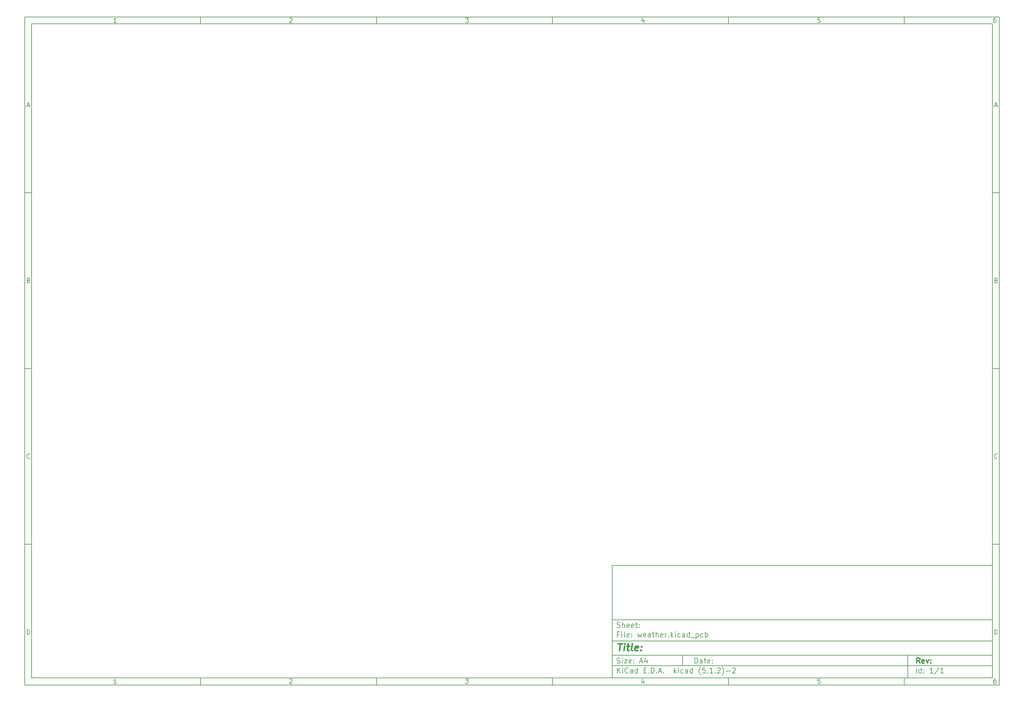
<source format=gtp>
G04 #@! TF.GenerationSoftware,KiCad,Pcbnew,(5.1.2)-2*
G04 #@! TF.CreationDate,2019-07-01T23:58:17+07:00*
G04 #@! TF.ProjectId,weather,77656174-6865-4722-9e6b-696361645f70,rev?*
G04 #@! TF.SameCoordinates,Original*
G04 #@! TF.FileFunction,Paste,Top*
G04 #@! TF.FilePolarity,Positive*
%FSLAX46Y46*%
G04 Gerber Fmt 4.6, Leading zero omitted, Abs format (unit mm)*
G04 Created by KiCad (PCBNEW (5.1.2)-2) date 2019-07-01 23:58:17*
%MOMM*%
%LPD*%
G04 APERTURE LIST*
%ADD10C,0.100000*%
%ADD11C,0.150000*%
%ADD12C,0.300000*%
%ADD13C,0.400000*%
G04 APERTURE END LIST*
D10*
D11*
X177002200Y-166007200D02*
X177002200Y-198007200D01*
X285002200Y-198007200D01*
X285002200Y-166007200D01*
X177002200Y-166007200D01*
D10*
D11*
X10000000Y-10000000D02*
X10000000Y-200007200D01*
X287002200Y-200007200D01*
X287002200Y-10000000D01*
X10000000Y-10000000D01*
D10*
D11*
X12000000Y-12000000D02*
X12000000Y-198007200D01*
X285002200Y-198007200D01*
X285002200Y-12000000D01*
X12000000Y-12000000D01*
D10*
D11*
X60000000Y-12000000D02*
X60000000Y-10000000D01*
D10*
D11*
X110000000Y-12000000D02*
X110000000Y-10000000D01*
D10*
D11*
X160000000Y-12000000D02*
X160000000Y-10000000D01*
D10*
D11*
X210000000Y-12000000D02*
X210000000Y-10000000D01*
D10*
D11*
X260000000Y-12000000D02*
X260000000Y-10000000D01*
D10*
D11*
X36065476Y-11588095D02*
X35322619Y-11588095D01*
X35694047Y-11588095D02*
X35694047Y-10288095D01*
X35570238Y-10473809D01*
X35446428Y-10597619D01*
X35322619Y-10659523D01*
D10*
D11*
X85322619Y-10411904D02*
X85384523Y-10350000D01*
X85508333Y-10288095D01*
X85817857Y-10288095D01*
X85941666Y-10350000D01*
X86003571Y-10411904D01*
X86065476Y-10535714D01*
X86065476Y-10659523D01*
X86003571Y-10845238D01*
X85260714Y-11588095D01*
X86065476Y-11588095D01*
D10*
D11*
X135260714Y-10288095D02*
X136065476Y-10288095D01*
X135632142Y-10783333D01*
X135817857Y-10783333D01*
X135941666Y-10845238D01*
X136003571Y-10907142D01*
X136065476Y-11030952D01*
X136065476Y-11340476D01*
X136003571Y-11464285D01*
X135941666Y-11526190D01*
X135817857Y-11588095D01*
X135446428Y-11588095D01*
X135322619Y-11526190D01*
X135260714Y-11464285D01*
D10*
D11*
X185941666Y-10721428D02*
X185941666Y-11588095D01*
X185632142Y-10226190D02*
X185322619Y-11154761D01*
X186127380Y-11154761D01*
D10*
D11*
X236003571Y-10288095D02*
X235384523Y-10288095D01*
X235322619Y-10907142D01*
X235384523Y-10845238D01*
X235508333Y-10783333D01*
X235817857Y-10783333D01*
X235941666Y-10845238D01*
X236003571Y-10907142D01*
X236065476Y-11030952D01*
X236065476Y-11340476D01*
X236003571Y-11464285D01*
X235941666Y-11526190D01*
X235817857Y-11588095D01*
X235508333Y-11588095D01*
X235384523Y-11526190D01*
X235322619Y-11464285D01*
D10*
D11*
X285941666Y-10288095D02*
X285694047Y-10288095D01*
X285570238Y-10350000D01*
X285508333Y-10411904D01*
X285384523Y-10597619D01*
X285322619Y-10845238D01*
X285322619Y-11340476D01*
X285384523Y-11464285D01*
X285446428Y-11526190D01*
X285570238Y-11588095D01*
X285817857Y-11588095D01*
X285941666Y-11526190D01*
X286003571Y-11464285D01*
X286065476Y-11340476D01*
X286065476Y-11030952D01*
X286003571Y-10907142D01*
X285941666Y-10845238D01*
X285817857Y-10783333D01*
X285570238Y-10783333D01*
X285446428Y-10845238D01*
X285384523Y-10907142D01*
X285322619Y-11030952D01*
D10*
D11*
X60000000Y-198007200D02*
X60000000Y-200007200D01*
D10*
D11*
X110000000Y-198007200D02*
X110000000Y-200007200D01*
D10*
D11*
X160000000Y-198007200D02*
X160000000Y-200007200D01*
D10*
D11*
X210000000Y-198007200D02*
X210000000Y-200007200D01*
D10*
D11*
X260000000Y-198007200D02*
X260000000Y-200007200D01*
D10*
D11*
X36065476Y-199595295D02*
X35322619Y-199595295D01*
X35694047Y-199595295D02*
X35694047Y-198295295D01*
X35570238Y-198481009D01*
X35446428Y-198604819D01*
X35322619Y-198666723D01*
D10*
D11*
X85322619Y-198419104D02*
X85384523Y-198357200D01*
X85508333Y-198295295D01*
X85817857Y-198295295D01*
X85941666Y-198357200D01*
X86003571Y-198419104D01*
X86065476Y-198542914D01*
X86065476Y-198666723D01*
X86003571Y-198852438D01*
X85260714Y-199595295D01*
X86065476Y-199595295D01*
D10*
D11*
X135260714Y-198295295D02*
X136065476Y-198295295D01*
X135632142Y-198790533D01*
X135817857Y-198790533D01*
X135941666Y-198852438D01*
X136003571Y-198914342D01*
X136065476Y-199038152D01*
X136065476Y-199347676D01*
X136003571Y-199471485D01*
X135941666Y-199533390D01*
X135817857Y-199595295D01*
X135446428Y-199595295D01*
X135322619Y-199533390D01*
X135260714Y-199471485D01*
D10*
D11*
X185941666Y-198728628D02*
X185941666Y-199595295D01*
X185632142Y-198233390D02*
X185322619Y-199161961D01*
X186127380Y-199161961D01*
D10*
D11*
X236003571Y-198295295D02*
X235384523Y-198295295D01*
X235322619Y-198914342D01*
X235384523Y-198852438D01*
X235508333Y-198790533D01*
X235817857Y-198790533D01*
X235941666Y-198852438D01*
X236003571Y-198914342D01*
X236065476Y-199038152D01*
X236065476Y-199347676D01*
X236003571Y-199471485D01*
X235941666Y-199533390D01*
X235817857Y-199595295D01*
X235508333Y-199595295D01*
X235384523Y-199533390D01*
X235322619Y-199471485D01*
D10*
D11*
X285941666Y-198295295D02*
X285694047Y-198295295D01*
X285570238Y-198357200D01*
X285508333Y-198419104D01*
X285384523Y-198604819D01*
X285322619Y-198852438D01*
X285322619Y-199347676D01*
X285384523Y-199471485D01*
X285446428Y-199533390D01*
X285570238Y-199595295D01*
X285817857Y-199595295D01*
X285941666Y-199533390D01*
X286003571Y-199471485D01*
X286065476Y-199347676D01*
X286065476Y-199038152D01*
X286003571Y-198914342D01*
X285941666Y-198852438D01*
X285817857Y-198790533D01*
X285570238Y-198790533D01*
X285446428Y-198852438D01*
X285384523Y-198914342D01*
X285322619Y-199038152D01*
D10*
D11*
X10000000Y-60000000D02*
X12000000Y-60000000D01*
D10*
D11*
X10000000Y-110000000D02*
X12000000Y-110000000D01*
D10*
D11*
X10000000Y-160000000D02*
X12000000Y-160000000D01*
D10*
D11*
X10690476Y-35216666D02*
X11309523Y-35216666D01*
X10566666Y-35588095D02*
X11000000Y-34288095D01*
X11433333Y-35588095D01*
D10*
D11*
X11092857Y-84907142D02*
X11278571Y-84969047D01*
X11340476Y-85030952D01*
X11402380Y-85154761D01*
X11402380Y-85340476D01*
X11340476Y-85464285D01*
X11278571Y-85526190D01*
X11154761Y-85588095D01*
X10659523Y-85588095D01*
X10659523Y-84288095D01*
X11092857Y-84288095D01*
X11216666Y-84350000D01*
X11278571Y-84411904D01*
X11340476Y-84535714D01*
X11340476Y-84659523D01*
X11278571Y-84783333D01*
X11216666Y-84845238D01*
X11092857Y-84907142D01*
X10659523Y-84907142D01*
D10*
D11*
X11402380Y-135464285D02*
X11340476Y-135526190D01*
X11154761Y-135588095D01*
X11030952Y-135588095D01*
X10845238Y-135526190D01*
X10721428Y-135402380D01*
X10659523Y-135278571D01*
X10597619Y-135030952D01*
X10597619Y-134845238D01*
X10659523Y-134597619D01*
X10721428Y-134473809D01*
X10845238Y-134350000D01*
X11030952Y-134288095D01*
X11154761Y-134288095D01*
X11340476Y-134350000D01*
X11402380Y-134411904D01*
D10*
D11*
X10659523Y-185588095D02*
X10659523Y-184288095D01*
X10969047Y-184288095D01*
X11154761Y-184350000D01*
X11278571Y-184473809D01*
X11340476Y-184597619D01*
X11402380Y-184845238D01*
X11402380Y-185030952D01*
X11340476Y-185278571D01*
X11278571Y-185402380D01*
X11154761Y-185526190D01*
X10969047Y-185588095D01*
X10659523Y-185588095D01*
D10*
D11*
X287002200Y-60000000D02*
X285002200Y-60000000D01*
D10*
D11*
X287002200Y-110000000D02*
X285002200Y-110000000D01*
D10*
D11*
X287002200Y-160000000D02*
X285002200Y-160000000D01*
D10*
D11*
X285692676Y-35216666D02*
X286311723Y-35216666D01*
X285568866Y-35588095D02*
X286002200Y-34288095D01*
X286435533Y-35588095D01*
D10*
D11*
X286095057Y-84907142D02*
X286280771Y-84969047D01*
X286342676Y-85030952D01*
X286404580Y-85154761D01*
X286404580Y-85340476D01*
X286342676Y-85464285D01*
X286280771Y-85526190D01*
X286156961Y-85588095D01*
X285661723Y-85588095D01*
X285661723Y-84288095D01*
X286095057Y-84288095D01*
X286218866Y-84350000D01*
X286280771Y-84411904D01*
X286342676Y-84535714D01*
X286342676Y-84659523D01*
X286280771Y-84783333D01*
X286218866Y-84845238D01*
X286095057Y-84907142D01*
X285661723Y-84907142D01*
D10*
D11*
X286404580Y-135464285D02*
X286342676Y-135526190D01*
X286156961Y-135588095D01*
X286033152Y-135588095D01*
X285847438Y-135526190D01*
X285723628Y-135402380D01*
X285661723Y-135278571D01*
X285599819Y-135030952D01*
X285599819Y-134845238D01*
X285661723Y-134597619D01*
X285723628Y-134473809D01*
X285847438Y-134350000D01*
X286033152Y-134288095D01*
X286156961Y-134288095D01*
X286342676Y-134350000D01*
X286404580Y-134411904D01*
D10*
D11*
X285661723Y-185588095D02*
X285661723Y-184288095D01*
X285971247Y-184288095D01*
X286156961Y-184350000D01*
X286280771Y-184473809D01*
X286342676Y-184597619D01*
X286404580Y-184845238D01*
X286404580Y-185030952D01*
X286342676Y-185278571D01*
X286280771Y-185402380D01*
X286156961Y-185526190D01*
X285971247Y-185588095D01*
X285661723Y-185588095D01*
D10*
D11*
X200434342Y-193785771D02*
X200434342Y-192285771D01*
X200791485Y-192285771D01*
X201005771Y-192357200D01*
X201148628Y-192500057D01*
X201220057Y-192642914D01*
X201291485Y-192928628D01*
X201291485Y-193142914D01*
X201220057Y-193428628D01*
X201148628Y-193571485D01*
X201005771Y-193714342D01*
X200791485Y-193785771D01*
X200434342Y-193785771D01*
X202577200Y-193785771D02*
X202577200Y-193000057D01*
X202505771Y-192857200D01*
X202362914Y-192785771D01*
X202077200Y-192785771D01*
X201934342Y-192857200D01*
X202577200Y-193714342D02*
X202434342Y-193785771D01*
X202077200Y-193785771D01*
X201934342Y-193714342D01*
X201862914Y-193571485D01*
X201862914Y-193428628D01*
X201934342Y-193285771D01*
X202077200Y-193214342D01*
X202434342Y-193214342D01*
X202577200Y-193142914D01*
X203077200Y-192785771D02*
X203648628Y-192785771D01*
X203291485Y-192285771D02*
X203291485Y-193571485D01*
X203362914Y-193714342D01*
X203505771Y-193785771D01*
X203648628Y-193785771D01*
X204720057Y-193714342D02*
X204577200Y-193785771D01*
X204291485Y-193785771D01*
X204148628Y-193714342D01*
X204077200Y-193571485D01*
X204077200Y-193000057D01*
X204148628Y-192857200D01*
X204291485Y-192785771D01*
X204577200Y-192785771D01*
X204720057Y-192857200D01*
X204791485Y-193000057D01*
X204791485Y-193142914D01*
X204077200Y-193285771D01*
X205434342Y-193642914D02*
X205505771Y-193714342D01*
X205434342Y-193785771D01*
X205362914Y-193714342D01*
X205434342Y-193642914D01*
X205434342Y-193785771D01*
X205434342Y-192857200D02*
X205505771Y-192928628D01*
X205434342Y-193000057D01*
X205362914Y-192928628D01*
X205434342Y-192857200D01*
X205434342Y-193000057D01*
D10*
D11*
X177002200Y-194507200D02*
X285002200Y-194507200D01*
D10*
D11*
X178434342Y-196585771D02*
X178434342Y-195085771D01*
X179291485Y-196585771D02*
X178648628Y-195728628D01*
X179291485Y-195085771D02*
X178434342Y-195942914D01*
X179934342Y-196585771D02*
X179934342Y-195585771D01*
X179934342Y-195085771D02*
X179862914Y-195157200D01*
X179934342Y-195228628D01*
X180005771Y-195157200D01*
X179934342Y-195085771D01*
X179934342Y-195228628D01*
X181505771Y-196442914D02*
X181434342Y-196514342D01*
X181220057Y-196585771D01*
X181077200Y-196585771D01*
X180862914Y-196514342D01*
X180720057Y-196371485D01*
X180648628Y-196228628D01*
X180577200Y-195942914D01*
X180577200Y-195728628D01*
X180648628Y-195442914D01*
X180720057Y-195300057D01*
X180862914Y-195157200D01*
X181077200Y-195085771D01*
X181220057Y-195085771D01*
X181434342Y-195157200D01*
X181505771Y-195228628D01*
X182791485Y-196585771D02*
X182791485Y-195800057D01*
X182720057Y-195657200D01*
X182577200Y-195585771D01*
X182291485Y-195585771D01*
X182148628Y-195657200D01*
X182791485Y-196514342D02*
X182648628Y-196585771D01*
X182291485Y-196585771D01*
X182148628Y-196514342D01*
X182077200Y-196371485D01*
X182077200Y-196228628D01*
X182148628Y-196085771D01*
X182291485Y-196014342D01*
X182648628Y-196014342D01*
X182791485Y-195942914D01*
X184148628Y-196585771D02*
X184148628Y-195085771D01*
X184148628Y-196514342D02*
X184005771Y-196585771D01*
X183720057Y-196585771D01*
X183577200Y-196514342D01*
X183505771Y-196442914D01*
X183434342Y-196300057D01*
X183434342Y-195871485D01*
X183505771Y-195728628D01*
X183577200Y-195657200D01*
X183720057Y-195585771D01*
X184005771Y-195585771D01*
X184148628Y-195657200D01*
X186005771Y-195800057D02*
X186505771Y-195800057D01*
X186720057Y-196585771D02*
X186005771Y-196585771D01*
X186005771Y-195085771D01*
X186720057Y-195085771D01*
X187362914Y-196442914D02*
X187434342Y-196514342D01*
X187362914Y-196585771D01*
X187291485Y-196514342D01*
X187362914Y-196442914D01*
X187362914Y-196585771D01*
X188077200Y-196585771D02*
X188077200Y-195085771D01*
X188434342Y-195085771D01*
X188648628Y-195157200D01*
X188791485Y-195300057D01*
X188862914Y-195442914D01*
X188934342Y-195728628D01*
X188934342Y-195942914D01*
X188862914Y-196228628D01*
X188791485Y-196371485D01*
X188648628Y-196514342D01*
X188434342Y-196585771D01*
X188077200Y-196585771D01*
X189577200Y-196442914D02*
X189648628Y-196514342D01*
X189577200Y-196585771D01*
X189505771Y-196514342D01*
X189577200Y-196442914D01*
X189577200Y-196585771D01*
X190220057Y-196157200D02*
X190934342Y-196157200D01*
X190077200Y-196585771D02*
X190577200Y-195085771D01*
X191077200Y-196585771D01*
X191577200Y-196442914D02*
X191648628Y-196514342D01*
X191577200Y-196585771D01*
X191505771Y-196514342D01*
X191577200Y-196442914D01*
X191577200Y-196585771D01*
X194577200Y-196585771D02*
X194577200Y-195085771D01*
X194720057Y-196014342D02*
X195148628Y-196585771D01*
X195148628Y-195585771D02*
X194577200Y-196157200D01*
X195791485Y-196585771D02*
X195791485Y-195585771D01*
X195791485Y-195085771D02*
X195720057Y-195157200D01*
X195791485Y-195228628D01*
X195862914Y-195157200D01*
X195791485Y-195085771D01*
X195791485Y-195228628D01*
X197148628Y-196514342D02*
X197005771Y-196585771D01*
X196720057Y-196585771D01*
X196577200Y-196514342D01*
X196505771Y-196442914D01*
X196434342Y-196300057D01*
X196434342Y-195871485D01*
X196505771Y-195728628D01*
X196577200Y-195657200D01*
X196720057Y-195585771D01*
X197005771Y-195585771D01*
X197148628Y-195657200D01*
X198434342Y-196585771D02*
X198434342Y-195800057D01*
X198362914Y-195657200D01*
X198220057Y-195585771D01*
X197934342Y-195585771D01*
X197791485Y-195657200D01*
X198434342Y-196514342D02*
X198291485Y-196585771D01*
X197934342Y-196585771D01*
X197791485Y-196514342D01*
X197720057Y-196371485D01*
X197720057Y-196228628D01*
X197791485Y-196085771D01*
X197934342Y-196014342D01*
X198291485Y-196014342D01*
X198434342Y-195942914D01*
X199791485Y-196585771D02*
X199791485Y-195085771D01*
X199791485Y-196514342D02*
X199648628Y-196585771D01*
X199362914Y-196585771D01*
X199220057Y-196514342D01*
X199148628Y-196442914D01*
X199077200Y-196300057D01*
X199077200Y-195871485D01*
X199148628Y-195728628D01*
X199220057Y-195657200D01*
X199362914Y-195585771D01*
X199648628Y-195585771D01*
X199791485Y-195657200D01*
X202077200Y-197157200D02*
X202005771Y-197085771D01*
X201862914Y-196871485D01*
X201791485Y-196728628D01*
X201720057Y-196514342D01*
X201648628Y-196157200D01*
X201648628Y-195871485D01*
X201720057Y-195514342D01*
X201791485Y-195300057D01*
X201862914Y-195157200D01*
X202005771Y-194942914D01*
X202077200Y-194871485D01*
X203362914Y-195085771D02*
X202648628Y-195085771D01*
X202577200Y-195800057D01*
X202648628Y-195728628D01*
X202791485Y-195657200D01*
X203148628Y-195657200D01*
X203291485Y-195728628D01*
X203362914Y-195800057D01*
X203434342Y-195942914D01*
X203434342Y-196300057D01*
X203362914Y-196442914D01*
X203291485Y-196514342D01*
X203148628Y-196585771D01*
X202791485Y-196585771D01*
X202648628Y-196514342D01*
X202577200Y-196442914D01*
X204077200Y-196442914D02*
X204148628Y-196514342D01*
X204077200Y-196585771D01*
X204005771Y-196514342D01*
X204077200Y-196442914D01*
X204077200Y-196585771D01*
X205577200Y-196585771D02*
X204720057Y-196585771D01*
X205148628Y-196585771D02*
X205148628Y-195085771D01*
X205005771Y-195300057D01*
X204862914Y-195442914D01*
X204720057Y-195514342D01*
X206220057Y-196442914D02*
X206291485Y-196514342D01*
X206220057Y-196585771D01*
X206148628Y-196514342D01*
X206220057Y-196442914D01*
X206220057Y-196585771D01*
X206862914Y-195228628D02*
X206934342Y-195157200D01*
X207077200Y-195085771D01*
X207434342Y-195085771D01*
X207577200Y-195157200D01*
X207648628Y-195228628D01*
X207720057Y-195371485D01*
X207720057Y-195514342D01*
X207648628Y-195728628D01*
X206791485Y-196585771D01*
X207720057Y-196585771D01*
X208220057Y-197157200D02*
X208291485Y-197085771D01*
X208434342Y-196871485D01*
X208505771Y-196728628D01*
X208577200Y-196514342D01*
X208648628Y-196157200D01*
X208648628Y-195871485D01*
X208577200Y-195514342D01*
X208505771Y-195300057D01*
X208434342Y-195157200D01*
X208291485Y-194942914D01*
X208220057Y-194871485D01*
X209362914Y-196014342D02*
X210505771Y-196014342D01*
X211148628Y-195228628D02*
X211220057Y-195157200D01*
X211362914Y-195085771D01*
X211720057Y-195085771D01*
X211862914Y-195157200D01*
X211934342Y-195228628D01*
X212005771Y-195371485D01*
X212005771Y-195514342D01*
X211934342Y-195728628D01*
X211077200Y-196585771D01*
X212005771Y-196585771D01*
D10*
D11*
X177002200Y-191507200D02*
X285002200Y-191507200D01*
D10*
D12*
X264411485Y-193785771D02*
X263911485Y-193071485D01*
X263554342Y-193785771D02*
X263554342Y-192285771D01*
X264125771Y-192285771D01*
X264268628Y-192357200D01*
X264340057Y-192428628D01*
X264411485Y-192571485D01*
X264411485Y-192785771D01*
X264340057Y-192928628D01*
X264268628Y-193000057D01*
X264125771Y-193071485D01*
X263554342Y-193071485D01*
X265625771Y-193714342D02*
X265482914Y-193785771D01*
X265197200Y-193785771D01*
X265054342Y-193714342D01*
X264982914Y-193571485D01*
X264982914Y-193000057D01*
X265054342Y-192857200D01*
X265197200Y-192785771D01*
X265482914Y-192785771D01*
X265625771Y-192857200D01*
X265697200Y-193000057D01*
X265697200Y-193142914D01*
X264982914Y-193285771D01*
X266197200Y-192785771D02*
X266554342Y-193785771D01*
X266911485Y-192785771D01*
X267482914Y-193642914D02*
X267554342Y-193714342D01*
X267482914Y-193785771D01*
X267411485Y-193714342D01*
X267482914Y-193642914D01*
X267482914Y-193785771D01*
X267482914Y-192857200D02*
X267554342Y-192928628D01*
X267482914Y-193000057D01*
X267411485Y-192928628D01*
X267482914Y-192857200D01*
X267482914Y-193000057D01*
D10*
D11*
X178362914Y-193714342D02*
X178577200Y-193785771D01*
X178934342Y-193785771D01*
X179077200Y-193714342D01*
X179148628Y-193642914D01*
X179220057Y-193500057D01*
X179220057Y-193357200D01*
X179148628Y-193214342D01*
X179077200Y-193142914D01*
X178934342Y-193071485D01*
X178648628Y-193000057D01*
X178505771Y-192928628D01*
X178434342Y-192857200D01*
X178362914Y-192714342D01*
X178362914Y-192571485D01*
X178434342Y-192428628D01*
X178505771Y-192357200D01*
X178648628Y-192285771D01*
X179005771Y-192285771D01*
X179220057Y-192357200D01*
X179862914Y-193785771D02*
X179862914Y-192785771D01*
X179862914Y-192285771D02*
X179791485Y-192357200D01*
X179862914Y-192428628D01*
X179934342Y-192357200D01*
X179862914Y-192285771D01*
X179862914Y-192428628D01*
X180434342Y-192785771D02*
X181220057Y-192785771D01*
X180434342Y-193785771D01*
X181220057Y-193785771D01*
X182362914Y-193714342D02*
X182220057Y-193785771D01*
X181934342Y-193785771D01*
X181791485Y-193714342D01*
X181720057Y-193571485D01*
X181720057Y-193000057D01*
X181791485Y-192857200D01*
X181934342Y-192785771D01*
X182220057Y-192785771D01*
X182362914Y-192857200D01*
X182434342Y-193000057D01*
X182434342Y-193142914D01*
X181720057Y-193285771D01*
X183077200Y-193642914D02*
X183148628Y-193714342D01*
X183077200Y-193785771D01*
X183005771Y-193714342D01*
X183077200Y-193642914D01*
X183077200Y-193785771D01*
X183077200Y-192857200D02*
X183148628Y-192928628D01*
X183077200Y-193000057D01*
X183005771Y-192928628D01*
X183077200Y-192857200D01*
X183077200Y-193000057D01*
X184862914Y-193357200D02*
X185577200Y-193357200D01*
X184720057Y-193785771D02*
X185220057Y-192285771D01*
X185720057Y-193785771D01*
X186862914Y-192785771D02*
X186862914Y-193785771D01*
X186505771Y-192214342D02*
X186148628Y-193285771D01*
X187077200Y-193285771D01*
D10*
D11*
X263434342Y-196585771D02*
X263434342Y-195085771D01*
X264791485Y-196585771D02*
X264791485Y-195085771D01*
X264791485Y-196514342D02*
X264648628Y-196585771D01*
X264362914Y-196585771D01*
X264220057Y-196514342D01*
X264148628Y-196442914D01*
X264077200Y-196300057D01*
X264077200Y-195871485D01*
X264148628Y-195728628D01*
X264220057Y-195657200D01*
X264362914Y-195585771D01*
X264648628Y-195585771D01*
X264791485Y-195657200D01*
X265505771Y-196442914D02*
X265577200Y-196514342D01*
X265505771Y-196585771D01*
X265434342Y-196514342D01*
X265505771Y-196442914D01*
X265505771Y-196585771D01*
X265505771Y-195657200D02*
X265577200Y-195728628D01*
X265505771Y-195800057D01*
X265434342Y-195728628D01*
X265505771Y-195657200D01*
X265505771Y-195800057D01*
X268148628Y-196585771D02*
X267291485Y-196585771D01*
X267720057Y-196585771D02*
X267720057Y-195085771D01*
X267577200Y-195300057D01*
X267434342Y-195442914D01*
X267291485Y-195514342D01*
X269862914Y-195014342D02*
X268577200Y-196942914D01*
X271148628Y-196585771D02*
X270291485Y-196585771D01*
X270720057Y-196585771D02*
X270720057Y-195085771D01*
X270577200Y-195300057D01*
X270434342Y-195442914D01*
X270291485Y-195514342D01*
D10*
D11*
X177002200Y-187507200D02*
X285002200Y-187507200D01*
D10*
D13*
X178714580Y-188211961D02*
X179857438Y-188211961D01*
X179036009Y-190211961D02*
X179286009Y-188211961D01*
X180274104Y-190211961D02*
X180440771Y-188878628D01*
X180524104Y-188211961D02*
X180416961Y-188307200D01*
X180500295Y-188402438D01*
X180607438Y-188307200D01*
X180524104Y-188211961D01*
X180500295Y-188402438D01*
X181107438Y-188878628D02*
X181869342Y-188878628D01*
X181476485Y-188211961D02*
X181262200Y-189926247D01*
X181333628Y-190116723D01*
X181512200Y-190211961D01*
X181702676Y-190211961D01*
X182655057Y-190211961D02*
X182476485Y-190116723D01*
X182405057Y-189926247D01*
X182619342Y-188211961D01*
X184190771Y-190116723D02*
X183988390Y-190211961D01*
X183607438Y-190211961D01*
X183428866Y-190116723D01*
X183357438Y-189926247D01*
X183452676Y-189164342D01*
X183571723Y-188973866D01*
X183774104Y-188878628D01*
X184155057Y-188878628D01*
X184333628Y-188973866D01*
X184405057Y-189164342D01*
X184381247Y-189354819D01*
X183405057Y-189545295D01*
X185155057Y-190021485D02*
X185238390Y-190116723D01*
X185131247Y-190211961D01*
X185047914Y-190116723D01*
X185155057Y-190021485D01*
X185131247Y-190211961D01*
X185286009Y-188973866D02*
X185369342Y-189069104D01*
X185262200Y-189164342D01*
X185178866Y-189069104D01*
X185286009Y-188973866D01*
X185262200Y-189164342D01*
D10*
D11*
X178934342Y-185600057D02*
X178434342Y-185600057D01*
X178434342Y-186385771D02*
X178434342Y-184885771D01*
X179148628Y-184885771D01*
X179720057Y-186385771D02*
X179720057Y-185385771D01*
X179720057Y-184885771D02*
X179648628Y-184957200D01*
X179720057Y-185028628D01*
X179791485Y-184957200D01*
X179720057Y-184885771D01*
X179720057Y-185028628D01*
X180648628Y-186385771D02*
X180505771Y-186314342D01*
X180434342Y-186171485D01*
X180434342Y-184885771D01*
X181791485Y-186314342D02*
X181648628Y-186385771D01*
X181362914Y-186385771D01*
X181220057Y-186314342D01*
X181148628Y-186171485D01*
X181148628Y-185600057D01*
X181220057Y-185457200D01*
X181362914Y-185385771D01*
X181648628Y-185385771D01*
X181791485Y-185457200D01*
X181862914Y-185600057D01*
X181862914Y-185742914D01*
X181148628Y-185885771D01*
X182505771Y-186242914D02*
X182577200Y-186314342D01*
X182505771Y-186385771D01*
X182434342Y-186314342D01*
X182505771Y-186242914D01*
X182505771Y-186385771D01*
X182505771Y-185457200D02*
X182577200Y-185528628D01*
X182505771Y-185600057D01*
X182434342Y-185528628D01*
X182505771Y-185457200D01*
X182505771Y-185600057D01*
X184220057Y-185385771D02*
X184505771Y-186385771D01*
X184791485Y-185671485D01*
X185077200Y-186385771D01*
X185362914Y-185385771D01*
X186505771Y-186314342D02*
X186362914Y-186385771D01*
X186077200Y-186385771D01*
X185934342Y-186314342D01*
X185862914Y-186171485D01*
X185862914Y-185600057D01*
X185934342Y-185457200D01*
X186077200Y-185385771D01*
X186362914Y-185385771D01*
X186505771Y-185457200D01*
X186577200Y-185600057D01*
X186577200Y-185742914D01*
X185862914Y-185885771D01*
X187862914Y-186385771D02*
X187862914Y-185600057D01*
X187791485Y-185457200D01*
X187648628Y-185385771D01*
X187362914Y-185385771D01*
X187220057Y-185457200D01*
X187862914Y-186314342D02*
X187720057Y-186385771D01*
X187362914Y-186385771D01*
X187220057Y-186314342D01*
X187148628Y-186171485D01*
X187148628Y-186028628D01*
X187220057Y-185885771D01*
X187362914Y-185814342D01*
X187720057Y-185814342D01*
X187862914Y-185742914D01*
X188362914Y-185385771D02*
X188934342Y-185385771D01*
X188577200Y-184885771D02*
X188577200Y-186171485D01*
X188648628Y-186314342D01*
X188791485Y-186385771D01*
X188934342Y-186385771D01*
X189434342Y-186385771D02*
X189434342Y-184885771D01*
X190077200Y-186385771D02*
X190077200Y-185600057D01*
X190005771Y-185457200D01*
X189862914Y-185385771D01*
X189648628Y-185385771D01*
X189505771Y-185457200D01*
X189434342Y-185528628D01*
X191362914Y-186314342D02*
X191220057Y-186385771D01*
X190934342Y-186385771D01*
X190791485Y-186314342D01*
X190720057Y-186171485D01*
X190720057Y-185600057D01*
X190791485Y-185457200D01*
X190934342Y-185385771D01*
X191220057Y-185385771D01*
X191362914Y-185457200D01*
X191434342Y-185600057D01*
X191434342Y-185742914D01*
X190720057Y-185885771D01*
X192077200Y-186385771D02*
X192077200Y-185385771D01*
X192077200Y-185671485D02*
X192148628Y-185528628D01*
X192220057Y-185457200D01*
X192362914Y-185385771D01*
X192505771Y-185385771D01*
X193005771Y-186242914D02*
X193077200Y-186314342D01*
X193005771Y-186385771D01*
X192934342Y-186314342D01*
X193005771Y-186242914D01*
X193005771Y-186385771D01*
X193720057Y-186385771D02*
X193720057Y-184885771D01*
X193862914Y-185814342D02*
X194291485Y-186385771D01*
X194291485Y-185385771D02*
X193720057Y-185957200D01*
X194934342Y-186385771D02*
X194934342Y-185385771D01*
X194934342Y-184885771D02*
X194862914Y-184957200D01*
X194934342Y-185028628D01*
X195005771Y-184957200D01*
X194934342Y-184885771D01*
X194934342Y-185028628D01*
X196291485Y-186314342D02*
X196148628Y-186385771D01*
X195862914Y-186385771D01*
X195720057Y-186314342D01*
X195648628Y-186242914D01*
X195577200Y-186100057D01*
X195577200Y-185671485D01*
X195648628Y-185528628D01*
X195720057Y-185457200D01*
X195862914Y-185385771D01*
X196148628Y-185385771D01*
X196291485Y-185457200D01*
X197577200Y-186385771D02*
X197577200Y-185600057D01*
X197505771Y-185457200D01*
X197362914Y-185385771D01*
X197077200Y-185385771D01*
X196934342Y-185457200D01*
X197577200Y-186314342D02*
X197434342Y-186385771D01*
X197077200Y-186385771D01*
X196934342Y-186314342D01*
X196862914Y-186171485D01*
X196862914Y-186028628D01*
X196934342Y-185885771D01*
X197077200Y-185814342D01*
X197434342Y-185814342D01*
X197577200Y-185742914D01*
X198934342Y-186385771D02*
X198934342Y-184885771D01*
X198934342Y-186314342D02*
X198791485Y-186385771D01*
X198505771Y-186385771D01*
X198362914Y-186314342D01*
X198291485Y-186242914D01*
X198220057Y-186100057D01*
X198220057Y-185671485D01*
X198291485Y-185528628D01*
X198362914Y-185457200D01*
X198505771Y-185385771D01*
X198791485Y-185385771D01*
X198934342Y-185457200D01*
X199291485Y-186528628D02*
X200434342Y-186528628D01*
X200791485Y-185385771D02*
X200791485Y-186885771D01*
X200791485Y-185457200D02*
X200934342Y-185385771D01*
X201220057Y-185385771D01*
X201362914Y-185457200D01*
X201434342Y-185528628D01*
X201505771Y-185671485D01*
X201505771Y-186100057D01*
X201434342Y-186242914D01*
X201362914Y-186314342D01*
X201220057Y-186385771D01*
X200934342Y-186385771D01*
X200791485Y-186314342D01*
X202791485Y-186314342D02*
X202648628Y-186385771D01*
X202362914Y-186385771D01*
X202220057Y-186314342D01*
X202148628Y-186242914D01*
X202077200Y-186100057D01*
X202077200Y-185671485D01*
X202148628Y-185528628D01*
X202220057Y-185457200D01*
X202362914Y-185385771D01*
X202648628Y-185385771D01*
X202791485Y-185457200D01*
X203434342Y-186385771D02*
X203434342Y-184885771D01*
X203434342Y-185457200D02*
X203577200Y-185385771D01*
X203862914Y-185385771D01*
X204005771Y-185457200D01*
X204077200Y-185528628D01*
X204148628Y-185671485D01*
X204148628Y-186100057D01*
X204077200Y-186242914D01*
X204005771Y-186314342D01*
X203862914Y-186385771D01*
X203577200Y-186385771D01*
X203434342Y-186314342D01*
D10*
D11*
X177002200Y-181507200D02*
X285002200Y-181507200D01*
D10*
D11*
X178362914Y-183614342D02*
X178577200Y-183685771D01*
X178934342Y-183685771D01*
X179077200Y-183614342D01*
X179148628Y-183542914D01*
X179220057Y-183400057D01*
X179220057Y-183257200D01*
X179148628Y-183114342D01*
X179077200Y-183042914D01*
X178934342Y-182971485D01*
X178648628Y-182900057D01*
X178505771Y-182828628D01*
X178434342Y-182757200D01*
X178362914Y-182614342D01*
X178362914Y-182471485D01*
X178434342Y-182328628D01*
X178505771Y-182257200D01*
X178648628Y-182185771D01*
X179005771Y-182185771D01*
X179220057Y-182257200D01*
X179862914Y-183685771D02*
X179862914Y-182185771D01*
X180505771Y-183685771D02*
X180505771Y-182900057D01*
X180434342Y-182757200D01*
X180291485Y-182685771D01*
X180077200Y-182685771D01*
X179934342Y-182757200D01*
X179862914Y-182828628D01*
X181791485Y-183614342D02*
X181648628Y-183685771D01*
X181362914Y-183685771D01*
X181220057Y-183614342D01*
X181148628Y-183471485D01*
X181148628Y-182900057D01*
X181220057Y-182757200D01*
X181362914Y-182685771D01*
X181648628Y-182685771D01*
X181791485Y-182757200D01*
X181862914Y-182900057D01*
X181862914Y-183042914D01*
X181148628Y-183185771D01*
X183077200Y-183614342D02*
X182934342Y-183685771D01*
X182648628Y-183685771D01*
X182505771Y-183614342D01*
X182434342Y-183471485D01*
X182434342Y-182900057D01*
X182505771Y-182757200D01*
X182648628Y-182685771D01*
X182934342Y-182685771D01*
X183077200Y-182757200D01*
X183148628Y-182900057D01*
X183148628Y-183042914D01*
X182434342Y-183185771D01*
X183577200Y-182685771D02*
X184148628Y-182685771D01*
X183791485Y-182185771D02*
X183791485Y-183471485D01*
X183862914Y-183614342D01*
X184005771Y-183685771D01*
X184148628Y-183685771D01*
X184648628Y-183542914D02*
X184720057Y-183614342D01*
X184648628Y-183685771D01*
X184577200Y-183614342D01*
X184648628Y-183542914D01*
X184648628Y-183685771D01*
X184648628Y-182757200D02*
X184720057Y-182828628D01*
X184648628Y-182900057D01*
X184577200Y-182828628D01*
X184648628Y-182757200D01*
X184648628Y-182900057D01*
D10*
D11*
X197002200Y-191507200D02*
X197002200Y-194507200D01*
D10*
D11*
X261002200Y-191507200D02*
X261002200Y-198007200D01*
M02*

</source>
